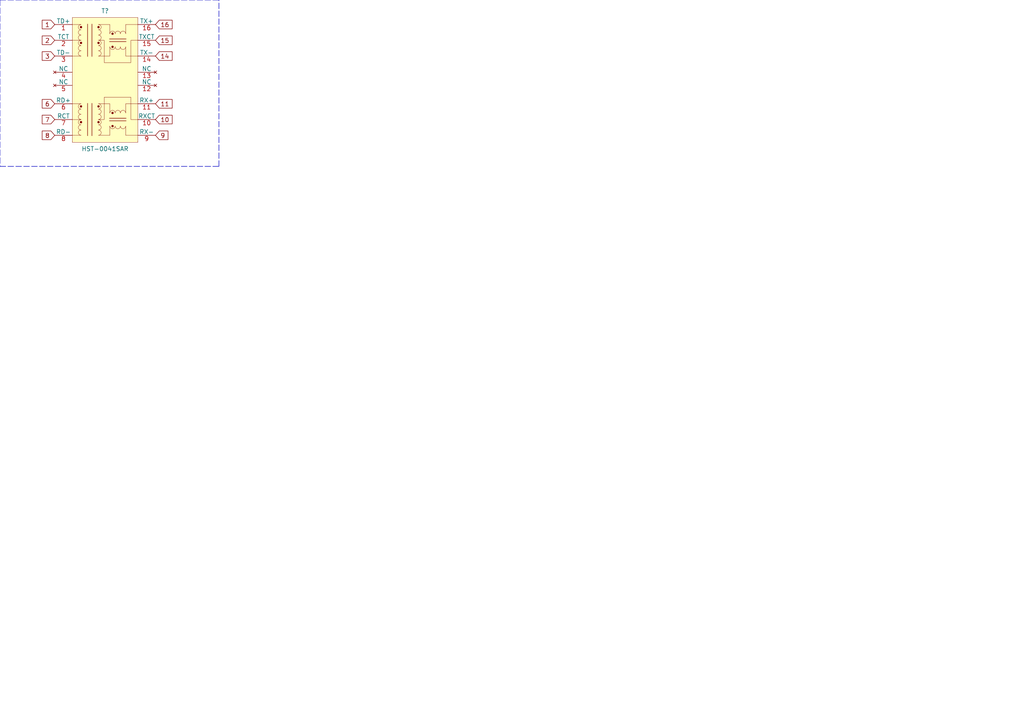
<source format=kicad_sch>
(kicad_sch (version 20201015) (generator eeschema)
  (paper "A4")
  (lib_symbols
    (symbol "trafo:HST-0041SAR" (pin_names (offset 0))
      (property "Reference" "T" (at 0 19.685 0))
      (property "Value" "HST-0041SAR" (at 0 -20.32 0))
      (symbol "HST-0041SAR_0_1"
        (arc (start -6.985 12.7) (end -6.985 11.176) (radius (at -6.985 11.938) (length 0.762) (angles 90 -90)) (stroke (width 0.0006)))
        (arc (start -6.985 14.224) (end -6.985 12.7) (radius (at -6.985 13.462) (length 0.762) (angles 90 -90)) (stroke (width 0.0006)))
        (arc (start -1.905 11.176) (end -1.905 12.7) (radius (at -1.905 11.938) (length 0.762) (angles -90 90)) (stroke (width 0.0006)))
        (arc (start -1.905 12.7) (end -1.905 14.224) (radius (at -1.905 13.462) (length 0.762) (angles -90 90)) (stroke (width 0.0006)))
        (arc (start -1.905 14.224) (end -1.905 15.748) (radius (at -1.905 14.986) (length 0.762) (angles -90 90)) (stroke (width 0.0006)))
        (arc (start -6.985 8.128) (end -6.985 6.604) (radius (at -6.985 7.366) (length 0.762) (angles 90 -90)) (stroke (width 0.0006)))
        (arc (start -6.985 9.652) (end -6.985 8.128) (radius (at -6.985 8.89) (length 0.762) (angles 90 -90)) (stroke (width 0.0006)))
        (arc (start -1.905 6.604) (end -1.905 8.128) (radius (at -1.905 7.366) (length 0.762) (angles -90 90)) (stroke (width 0.0006)))
        (arc (start -1.905 8.128) (end -1.905 9.652) (radius (at -1.905 8.89) (length 0.762) (angles -90 90)) (stroke (width 0.0006)))
        (arc (start -1.905 9.652) (end -1.905 11.176) (radius (at -1.905 10.414) (length 0.762) (angles -90 90)) (stroke (width 0.0006)))
        (arc (start 2.921 13.081) (end 1.397 13.081) (radius (at 2.159 13.081) (length 0.762) (angles 0 180)) (stroke (width 0.0006)))
        (arc (start 4.445 13.081) (end 2.921 13.081) (radius (at 3.683 13.081) (length 0.762) (angles 0 180)) (stroke (width 0.0006)))
        (arc (start 1.397 9.271) (end 2.921 9.271) (radius (at 2.159 9.271) (length 0.762) (angles 180 0)) (stroke (width 0.0006)))
        (arc (start 2.921 9.271) (end 4.445 9.271) (radius (at 3.683 9.271) (length 0.762) (angles 180 0)) (stroke (width 0.0006)))
        (arc (start 4.445 9.271) (end 5.969 9.271) (radius (at 5.207 9.271) (length 0.762) (angles 180 0)) (stroke (width 0.0006)))
        (arc (start -6.985 -10.287) (end -6.985 -11.811) (radius (at -6.985 -11.049) (length 0.762) (angles 90 -90)) (stroke (width 0.0006)))
        (arc (start -6.985 -8.763) (end -6.985 -10.287) (radius (at -6.985 -9.525) (length 0.762) (angles 90 -90)) (stroke (width 0.0006)))
        (arc (start -1.905 -11.811) (end -1.905 -10.287) (radius (at -1.905 -11.049) (length 0.762) (angles -90 90)) (stroke (width 0.0006)))
        (arc (start -1.905 -10.287) (end -1.905 -8.763) (radius (at -1.905 -9.525) (length 0.762) (angles -90 90)) (stroke (width 0.0006)))
        (arc (start -1.905 -8.763) (end -1.905 -7.239) (radius (at -1.905 -8.001) (length 0.762) (angles -90 90)) (stroke (width 0.0006)))
        (arc (start -6.985 -14.859) (end -6.985 -16.383) (radius (at -6.985 -15.621) (length 0.762) (angles 90 -90)) (stroke (width 0.0006)))
        (arc (start -6.985 -13.335) (end -6.985 -14.859) (radius (at -6.985 -14.097) (length 0.762) (angles 90 -90)) (stroke (width 0.0006)))
        (arc (start -1.905 -16.383) (end -1.905 -14.859) (radius (at -1.905 -15.621) (length 0.762) (angles -90 90)) (stroke (width 0.0006)))
        (arc (start -1.905 -14.859) (end -1.905 -13.335) (radius (at -1.905 -14.097) (length 0.762) (angles -90 90)) (stroke (width 0.0006)))
        (arc (start -1.905 -13.335) (end -1.905 -11.811) (radius (at -1.905 -12.573) (length 0.762) (angles -90 90)) (stroke (width 0.0006)))
        (arc (start 2.921 -9.906) (end 1.397 -9.906) (radius (at 2.159 -9.906) (length 0.762) (angles 0 180)) (stroke (width 0.0006)))
        (arc (start 4.445 -9.906) (end 2.921 -9.906) (radius (at 3.683 -9.906) (length 0.762) (angles 0 180)) (stroke (width 0.0006)))
        (arc (start 1.397 -13.716) (end 2.921 -13.716) (radius (at 2.159 -13.716) (length 0.762) (angles 180 0)) (stroke (width 0.0006)))
        (arc (start 2.921 -13.716) (end 4.445 -13.716) (radius (at 3.683 -13.716) (length 0.762) (angles 180 0)) (stroke (width 0.0006)))
        (arc (start 4.445 -13.716) (end 5.969 -13.716) (radius (at 5.207 -13.716) (length 0.762) (angles 180 0)) (stroke (width 0.0006)))
        (circle (center -6.985 14.986) (radius 0.254) (fill (type outline)))
        (circle (center -1.905 14.986) (radius 0.254) (fill (type outline)))
        (circle (center -6.985 10.414) (radius 0.254) (fill (type outline)))
        (circle (center -1.905 10.414) (radius 0.254) (fill (type outline)))
        (circle (center 2.159 13.081) (radius 0.254) (fill (type outline)))
        (circle (center 2.159 9.271) (radius 0.254) (fill (type outline)))
        (circle (center -6.985 -8.001) (radius 0.254) (fill (type outline)))
        (circle (center -1.905 -8.001) (radius 0.254) (fill (type outline)))
        (circle (center -6.985 -12.573) (radius 0.254) (fill (type outline)))
        (circle (center -1.905 -12.573) (radius 0.254) (fill (type outline)))
        (circle (center 2.159 -9.906) (radius 0.254) (fill (type outline)))
        (circle (center 2.159 -13.716) (radius 0.254) (fill (type outline)))
        (rectangle (start -9.525 17.78) (end 9.525 -18.415) (stroke (width 0.0006)) (fill (type background)))
        (polyline (pts (xy -5.08 15.875) (xy -5.08 6.477)))
        (polyline (pts (xy -3.81 15.875) (xy -3.81 6.477)))
        (polyline (pts (xy 6.096 11.557) (xy 1.27 11.557)))
        (polyline (pts (xy 6.096 10.795) (xy 1.27 10.795)))
        (polyline (pts (xy -1.905 15.748) (xy 1.397 15.748) (xy 1.397 13.081)) (stroke (width 0.0006)))
        (polyline (pts (xy -1.905 6.604) (xy 1.397 6.604) (xy 1.397 9.271)) (stroke (width 0.0006)))
        (polyline (pts (xy -6.985 15.748) (xy -9.525 15.748)) (stroke (width 0.0006)))
        (polyline (pts (xy -6.985 11.176) (xy -9.525 11.176)) (stroke (width 0.0006)))
        (polyline (pts (xy -6.985 6.604) (xy -9.525 6.604)) (stroke (width 0.0006)))
        (polyline (pts (xy 5.969 13.081) (xy 5.969 15.748) (xy 9.525 15.748)) (stroke (width 0.0006)))
        (polyline (pts (xy 5.969 9.271) (xy 5.969 6.604) (xy 9.525 6.604)) (stroke (width 0.0006)))
        (polyline (pts (xy -1.905 11.176) (xy -0.254 11.176) (xy -0.254 4.699) (xy 7.493 4.699) (xy 7.493 11.176) (xy 9.525 11.176)) (stroke (width 0.0006)))
        (polyline (pts (xy -5.08 -7.112) (xy -5.08 -16.51)))
        (polyline (pts (xy -3.81 -7.112) (xy -3.81 -16.51)))
        (polyline (pts (xy 6.096 -11.43) (xy 1.27 -11.43)))
        (polyline (pts (xy 6.096 -12.192) (xy 1.27 -12.192)))
        (polyline (pts (xy -1.905 -7.239) (xy 1.397 -7.239) (xy 1.397 -9.906)) (stroke (width 0.0006)))
        (polyline (pts (xy -1.905 -16.383) (xy 1.397 -16.383) (xy 1.397 -13.716)) (stroke (width 0.0006)))
        (polyline (pts (xy -6.985 -7.239) (xy -9.525 -7.239)) (stroke (width 0.0006)))
        (polyline (pts (xy -6.985 -11.811) (xy -9.525 -11.811)) (stroke (width 0.0006)))
        (polyline (pts (xy -6.985 -16.383) (xy -9.525 -16.383)) (stroke (width 0.0006)))
        (polyline (pts (xy 5.969 -9.906) (xy 5.969 -7.239) (xy 9.525 -7.239)) (stroke (width 0.0006)))
        (polyline (pts (xy 5.969 -13.716) (xy 5.969 -16.383) (xy 9.525 -16.383)) (stroke (width 0.0006)))
        (polyline (pts (xy -1.905 -11.811) (xy -0.254 -11.811) (xy -0.254 -5.334) (xy 7.493 -5.334) (xy 7.493 -11.811) (xy 9.525 -11.811)) (stroke (width 0.0006)))
      )
      (symbol "HST-0041SAR_1_1"
        (arc (start -6.985 15.748) (end -6.985 14.224) (radius (at -6.985 14.986) (length 0.762) (angles 90 -90)) (stroke (width 0.0006)))
        (arc (start -6.985 11.176) (end -6.985 9.652) (radius (at -6.985 10.414) (length 0.762) (angles 90 -90)) (stroke (width 0.0006)))
        (arc (start 5.969 13.081) (end 4.445 13.081) (radius (at 5.207 13.081) (length 0.762) (angles 0 180)) (stroke (width 0.0006)))
        (arc (start -6.985 -7.239) (end -6.985 -8.763) (radius (at -6.985 -8.001) (length 0.762) (angles 90 -90)) (stroke (width 0.0006)))
        (arc (start -6.985 -11.811) (end -6.985 -13.335) (radius (at -6.985 -12.573) (length 0.762) (angles 90 -90)) (stroke (width 0.0006)))
        (arc (start 5.969 -9.906) (end 4.445 -9.906) (radius (at 5.207 -9.906) (length 0.762) (angles 0 180)) (stroke (width 0.0006)))
        (pin passive line (at -14.605 15.748 0) (length 5.08) (name "TD+") (number "1"))
        (pin passive line (at -14.605 11.176 0) (length 5.08) (name "TCT") (number "2"))
        (pin passive line (at -14.605 6.604 0) (length 5.08) (name "TD-") (number "3"))
        (pin passive line (at -14.605 -7.239 0) (length 5.08) (name "RD+") (number "6"))
        (pin passive line (at -14.605 -11.811 0) (length 5.08) (name "RCT") (number "7"))
        (pin passive line (at -14.605 -16.383 0) (length 5.08) (name "RD-") (number "8"))
        (pin passive line (at 14.605 15.748 180) (length 5.08) (name "TX+") (number "16"))
        (pin passive line (at 14.605 11.176 180) (length 5.08) (name "TXCT") (number "15"))
        (pin passive line (at 14.605 6.604 180) (length 5.08) (name "TX-") (number "14"))
        (pin passive line (at 14.605 -7.239 180) (length 5.08) (name "RX+") (number "11"))
        (pin passive line (at 14.605 -11.811 180) (length 5.08) (name "RXCT") (number "10"))
        (pin passive line (at 14.605 -16.383 180) (length 5.08) (name "RX-") (number "9"))
        (pin unconnected line (at -14.605 1.905 0) (length 5.08) (name "NC") (number "4"))
        (pin unconnected line (at -14.605 -1.905 0) (length 5.08) (name "NC") (number "5"))
        (pin unconnected line (at 14.605 1.905 180) (length 5.08) (name "NC") (number "13"))
        (pin unconnected line (at 14.605 -1.905 180) (length 5.08) (name "NC") (number "12"))
      )
    )
  )
  (polyline (pts (xy 0 0) (xy 0 48.26)) (stroke (width 0) (type dash)))
  (polyline (pts (xy 0 0) (xy 63.5 0)) (stroke (width 0) (type dash)))
  (polyline (pts (xy 0 48.26) (xy 63.5 48.26)) (stroke (width 0) (type dash)))
  (polyline (pts (xy 63.5 48.26) (xy 63.5 0)) (stroke (width 0) (type dash)))
  (text "D T6\nF .*\nV .*" (at 0 0 0) (effects (font (size 1.27 1.27)) (justify left bottom)))
  (global_label "1" (shape input) (at 15.875 7.112 180) (property "Intersheet References" "${INTERSHEET_REFS}" (effects hide)))
  (global_label "2" (shape input) (at 15.875 11.684 180) (property "Intersheet References" "${INTERSHEET_REFS}" (effects hide)))
  (global_label "3" (shape input) (at 15.875 16.256 180) (property "Intersheet References" "${INTERSHEET_REFS}" (effects hide)))
  (global_label "6" (shape input) (at 15.875 30.099 180) (property "Intersheet References" "${INTERSHEET_REFS}" (effects hide)))
  (global_label "7" (shape input) (at 15.875 34.671 180) (property "Intersheet References" "${INTERSHEET_REFS}" (effects hide)))
  (global_label "8" (shape input) (at 15.875 39.243 180) (property "Intersheet References" "${INTERSHEET_REFS}" (effects hide)))
  (global_label "16" (shape input) (at 45.085 7.112 0) (property "Intersheet References" "${INTERSHEET_REFS}" (effects hide)))
  (global_label "15" (shape input) (at 45.085 11.684 0) (property "Intersheet References" "${INTERSHEET_REFS}" (effects hide)))
  (global_label "14" (shape input) (at 45.085 16.256 0) (property "Intersheet References" "${INTERSHEET_REFS}" (effects hide)))
  (global_label "11" (shape input) (at 45.085 30.099 0) (property "Intersheet References" "${INTERSHEET_REFS}" (effects hide)))
  (global_label "10" (shape input) (at 45.085 34.671 0) (property "Intersheet References" "${INTERSHEET_REFS}" (effects hide)))
  (global_label "9" (shape input) (at 45.085 39.243 0) (property "Intersheet References" "${INTERSHEET_REFS}" (effects hide)))
  (symbol (lib_id "trafo:HST-0041SAR") (at 30.48 22.86 0) (unit 1)
    (property "Reference" "T?" (at 30.48 3.175 0))
    (property "Value" "HST-0041SAR" (at 30.48 43.18 0))
  )
)
</source>
